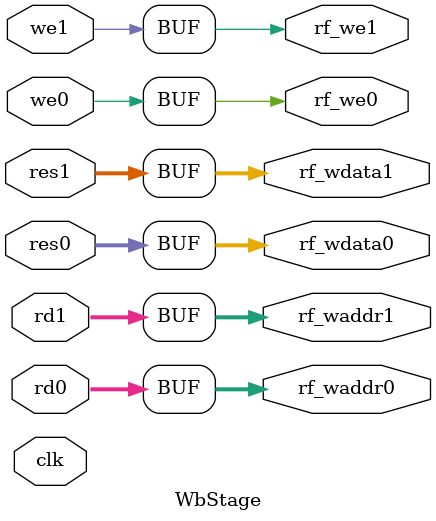
<source format=sv>
module WbStage (
    input  logic         clk,
    input  logic         we0,
    input  logic         we1,
    input  logic [4:0]   rd0,
    input  logic [4:0]   rd1,
    input  logic [31:0]  res0,
    input  logic [31:0]  res1,
    output logic         rf_we0,
    output logic         rf_we1,
    output logic [4:0]   rf_waddr0,
    output logic [4:0]   rf_waddr1,
    output logic [31:0]  rf_wdata0,
    output logic [31:0]  rf_wdata1
);
    assign rf_we0    = we0;
    assign rf_we1    = we1;
    assign rf_waddr0 = rd0;
    assign rf_waddr1 = rd1;
    assign rf_wdata0 = res0;
    assign rf_wdata1 = res1;
endmodule
</source>
